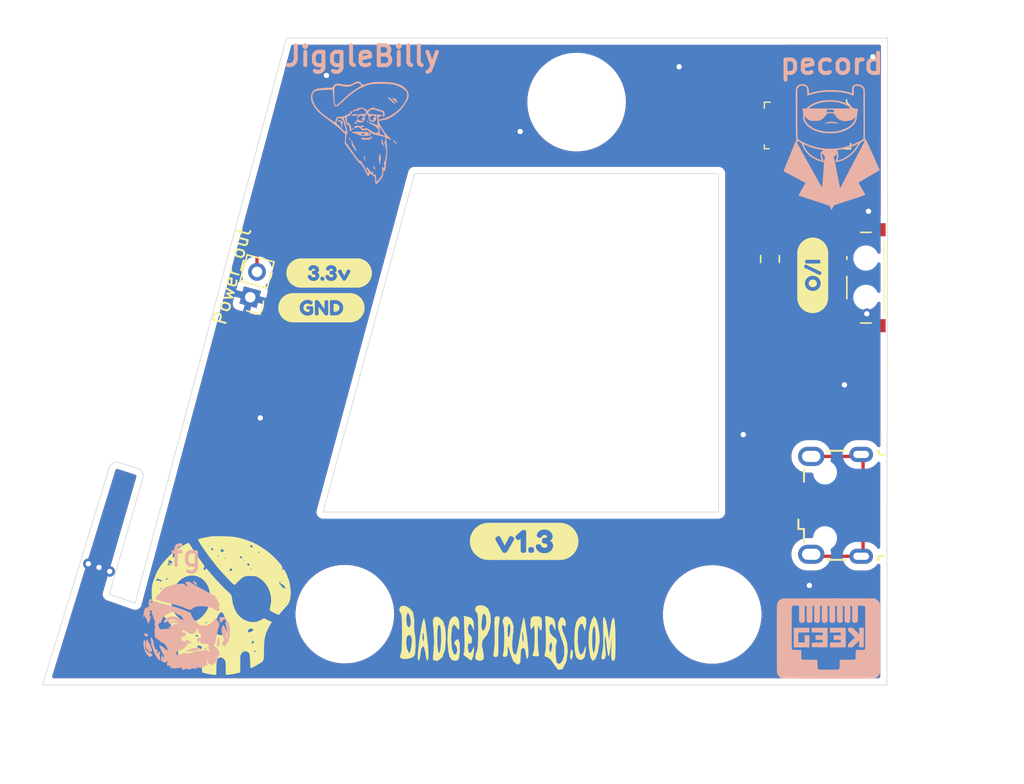
<source format=kicad_pcb>
(kicad_pcb (version 20211014) (generator pcbnew)
  (title_block (title "Desktop Badge Stand") (date "2022-06-05") (rev "1.3") (company "BadgePirates LLC") (comment 1 "49.2x64.2") (comment 2 "White Silk On Blue Board") (comment 3 "Design By: kbennett"))
  (layers (0 "F.Cu" signal) (31 "B.Cu" signal) (34 "B.Paste" user) (35 "F.Paste" user) (36 "B.SilkS" user "B.Silkscreen") (37 "F.SilkS" user "F.Silkscreen") (38 "B.Mask" user) (39 "F.Mask" user) (44 "Edge.Cuts" user))
  (net 0 "")
  (net 1 "GND")
  (net 2 "+3V3")
  (net 3 "Net-(I/O1-Pad2)")
  (net 4 "Net-(C1-Pad1)")
  (net 6 "unconnected-(J1-Pad6)")
  (footprint "BadgePirates:C_0805_2012Metric" (layer "F.Cu") (at 166.9288 116.8908 -90)
    (fp_text reference "C1" hide)
    (fp_text value "C" hide)
    (pad "1" smd roundrect locked (at -0.9375 0 270) (size 0.975 1.4) (layers "F.Cu" "F.Paste" "F.Mask") (net 4 "Net-(C1-Pad1)"))
    (pad "2" smd roundrect locked (at 0.9375 0 270) (size 0.975 1.4) (layers "F.Cu" "F.Paste" "F.Mask") (net 1 "GND"))
  )
  (footprint "BadgePirates:USB_Micro-B_Wuerth_629105150521_fgFixed" (layer "F.Cu") (at 171.9142 135.636 90)
    (fp_text reference "J1" hide)
    (fp_text value "USB_B_Micro")
    (pad "" np_thru_hole oval locked (at -2.5 -0.8 90) (size 0.8 0.8) (drill 0.8) (layers *.Cu *.Mask))
    (pad "" np_thru_hole oval locked (at 2.5 -0.8 90) (size 0.8 0.8) (drill 0.8) (layers *.Cu *.Mask))
    (pad "1" smd rect locked (at -1.3 -1.9 90) (size 0.44 1.3) (layers "F.Cu" "F.Paste" "F.Mask") (net 3 "Net-(I/O1-Pad2)"))
    (pad "2" smd rect locked (at -0.65 -1.9 90) (size 0.44 1.3) (layers "F.Cu" "F.Paste" "F.Mask"))
    (pad "3" smd rect locked (at 0 -1.9 90) (size 0.44 1.3) (layers "F.Cu" "F.Paste" "F.Mask"))
    (pad "4" smd rect locked (at 0.65 -1.9 90) (size 0.44 1.3) (layers "F.Cu" "F.Paste" "F.Mask"))
    (pad "5" smd rect locked (at 1.3 -1.9 90) (size 0.44 1.3) (layers "F.Cu" "F.Paste" "F.Mask") (net 1 "GND"))
    (pad "6" thru_hole oval locked (at 3.875 1.95 90) (size 1.15 1.8) (drill oval 0.55 1.2) (layers *.Cu *.Mask) (net 6 "unconnected-(J1-Pad6)"))
    (pad "6" thru_hole oval locked (at -3.725 -1.85 90) (size 1.45 2) (drill oval 0.85 1.4) (layers *.Cu *.Mask) (net 6 "unconnected-(J1-Pad6)"))
    (pad "6" thru_hole oval locked (at 3.725 -1.85 90) (size 1.45 2) (drill oval 0.85 1.4) (layers *.Cu *.Mask) (net 6 "unconnected-(J1-Pad6)"))
    (pad "6" thru_hole oval locked (at -3.875 1.95 90) (size 1.15 1.8) (drill oval 0.55 1.2) (layers *.Cu *.Mask) (net 6 "unconnected-(J1-Pad6)"))
  )
  (footprint "BadgePirates:SOT-223" (layer "F.Cu") (at 169.7736 106.7308 180)
    (fp_text reference "U1" hide)
    (fp_text value "TLV1117-33")
    (pad "1" smd rect locked (at -2.3 3.15 180) (size 1.5 2.2) (layers "F.Cu" "F.Paste" "F.Mask") (net 1 "GND"))
    (pad "2" smd rect locked (at 0 3.15 180) (size 1.5 2.2) (layers "F.Cu" "F.Paste" "F.Mask") (net 2 "+3V3"))
    (pad "3" smd rect locked (at 2.3 3.15 180) (size 1.5 2.2) (layers "F.Cu" "F.Paste" "F.Mask") (net 4 "Net-(C1-Pad1)"))
    (pad "4" smd rect locked (at 0 -3.15 180) (size 3.8 2.2) (layers "F.Cu" "F.Paste" "F.Mask"))
  )
  (footprint "Connector_PinHeader_2.00mm:PinHeader_1x02_P2.00mm_Vertical" (layer "F.Cu") (at 127.4 119.8 165)
    (fp_text reference "J2" hide)
    (fp_text value "Power_out" (at 1.754325 1.174363 255) (layer "F.SilkS"))
    (pad "1" thru_hole rect (at 0 0 165) (size 1.35 1.35) (drill 0.8) (layers *.Cu *.Mask) (net 1 "GND"))
    (pad "2" thru_hole oval (at 0 2 165) (size 1.35 1.35) (drill 0.8) (layers *.Cu *.Mask) (net 2 "+3V3"))
  )
  (footprint "BadgePiratesLogos:BPSkull_Distressed_10x10_FSK" (layer "F.Cu") (at 125.1712 143.256)
    (fp_text reference "G***" hide)
    (fp_text value "BP Logo" hide)
  )
  (footprint "BadgePiratesLogos:BadgePiratesURL_FSLK" (layer "F.Cu") (at 146.9644 145.7706)
    (fp_text reference "G***" hide)
    (fp_text value "LOGO" hide)
  )
  (footprint "BadgePiratesLogos:FG_10x10_BSILK" (layer "F.Cu") (at 122.5296 145.8468)
    (fp_text reference "G***" hide)
    (fp_text value "fg" (at 0 -6.35) (layer "B.SilkS") (effects (font (size 1.54 1.54) (thickness 0.25))))
  )
  (footprint "BadgePiratesLogos:Jiggle_10x15_BSILK" (layer "F.Cu") (at 135.9408 107.7976)
    (fp_text reference "G***" hide)
    (fp_text value "JiggleBilly" (at 0 -6.35) (layer "B.SilkS") (effects (font (size 1.524 1.524) (thickness 0.3))))
  )
  (footprint "BadgePiratesLogos:pecord_10x10_BSLK" (layer "F.Cu") (at 171.6278 108.3818)
    (fp_text reference "G***" hide)
    (fp_text value "pecord" (at 0 -6.35) (layer "B.SilkS") (effects (font (size 1.54 1.54) (thickness 0.3))))
  )
  (footprint "BadgePiratesLogos:NG_BSilk" (layer "F.Cu") (at 171.472924 144.912571)
    (fp_text reference "G***" hide)
    (fp_text value "NG_BSilk" hide)
  )
  (footprint "kibuzzard-629C349E" (layer "F.Cu") (at 132.8166 120.5992)
    (fp_text reference "kibuzzard-629C349E" hide)
    (fp_text value "G***" hide)
  )
  (footprint "kibuzzard-629C2456" (layer "F.Cu") (at 148.2344 138.3792)
    (fp_text reference "kibuzzard-629C2456" hide)
    (fp_text value "G***" hide)
  )
  (footprint "kibuzzard-629C3492" (layer "F.Cu") (at 133.4008 117.9576)
    (fp_text reference "kibuzzard-629C3492" hide)
    (fp_text value "G***" hide)
  )
  (footprint "MountingHole:MountingHole_3.5mm" (layer "F.Cu") (at 152.2222 104.9528)
    (fp_text reference "REF**" hide)
    (fp_text value "MH_3.5mm")
    (pad "" np_thru_hole circle locked (at 0 0) (size 3.5 3.5) (drill 3.5) (layers *.Cu *.Mask))
  )
  (footprint "MountingHole:MountingHole_3.5mm" (layer "F.Cu") (at 134.5946 143.9164)
    (fp_text reference "REF**" hide)
    (fp_text value "MH_3.5mm")
    (pad "" np_thru_hole circle (at 0 0) (size 3.5 3.5) (drill 3.5) (layers *.Cu *.Mask))
  )
  (footprint "MountingHole:MountingHole_3.5mm" (layer "F.Cu") (at 162.5346 143.9418)
    (fp_text reference "REF**" hide)
    (fp_text value "MH_3.5mm")
    (pad "" np_thru_hole circle (at 0 0) (size 3.5 3.5) (drill 3.5) (layers *.Cu *.Mask))
  )
  (footprint "BadgePirates:SW_SPDT_PCM12" (layer "F.Cu") (at 173.896 118.3132 90)
    (fp_text reference "I/O" hide)
    (fp_text value "SW_DPDT_x2")
    (pad "" smd rect (at 3.65 -0.78 90) (size 1 0.8) (layers "F.Cu" "F.Paste" "F.Mask"))
    (pad "" np_thru_hole circle (at 1.5 0.33 90) (size 0.9 0.9) (drill 0.9) (layers *.Cu *.Mask))
    (pad "" smd rect (at -3.65 1.43 90) (size 1 0.8) (layers "F.Cu" "F.Paste" "F.Mask"))
    (pad "" np_thru_hole circle (at -1.5 0.33 90) (size 0.9 0.9) (drill 0.9) (layers *.Cu *.Mask))
    (pad "" smd rect (at 3.65 1.43 90) (size 1 0.8) (layers "F.Cu" "F.Paste" "F.Mask"))
    (pad "" smd rect (at -3.65 -0.78 90) (size 1 0.8) (layers "F.Cu" "F.Paste" "F.Mask"))
    (pad "1" smd rect (at -2.25 -1.43 90) (size 0.7 1.5) (layers "F.Cu" "F.Paste" "F.Mask"))
    (pad "2" smd rect (at 0.75 -1.43 90) (size 0.7 1.5) (layers "F.Cu" "F.Paste" "F.Mask") (net 3 "Net-(I/O1-Pad2)"))
    (pad "3" smd rect (at 2.25 -1.43 90) (size 0.7 1.5) (layers "F.Cu" "F.Paste" "F.Mask") (net 4 "Net-(C1-Pad1)"))
  )
  (footprint "kibuzzard-629C2481" (layer "F.Cu") (at 170.18 118.1354 -90)
    (fp_text reference "kibuzzard-629C2481" hide)
    (fp_text value "G***" hide)
  )
  (gr_line (start 175.8188 143.4084) (end 175.8188 149.3012) (layer "Edge.Cuts") (width 0.05))
  (gr_arc (start 118.823883 132.826782) (mid 119.196459 133.126714) (end 119.2276 133.604) (layer "Edge.Cuts") (width 0.05))
  (gr_line (start 130.1496 100.076) (end 118.6434 143.0782) (layer "Edge.Cuts") (width 0.05))
  (gr_line (start 118.6434 143.0782) (end 116.6876 142.3924) (layer "Edge.Cuts") (width 0.05))
  (gr_line (start 118.823883 132.826782) (end 117.4496 132.3848) (layer "Edge.Cuts") (width 0.05))
  (gr_line (start 111.6076 149.3012) (end 175.8188 149.3012) (layer "Edge.Cuts") (width 0.05))
  (gr_line (start 175.8188 143.4084) (end 175.8188 141.5796) (layer "Edge.Cuts") (width 0.05))
  (gr_line (start 116.6876 142.3924) (end 119.2276 133.604) (layer "Edge.Cuts") (width 0.05))
  (gr_line (start 175.8188 141.5796) (end 175.8696 100.076) (layer "Edge.Cuts") (width 0.05))
  (gr_line (start 132.9436 136.144) (end 139.9032 110.3884) (layer "Edge.Cuts") (width 0.05))
  (gr_line (start 175.8696 100.076) (end 130.1496 100.076) (layer "Edge.Cuts") (width 0.05))
  (gr_line (start 116.672382 132.788517) (end 111.6076 149.3012) (layer "Edge.Cuts") (width 0.05))
  (gr_line (start 139.9032 110.3884) (end 163.0172 110.3884) (layer "Edge.Cuts") (width 0.05))
  (gr_arc (start 116.672382 132.788517) (mid 116.972314 132.415941) (end 117.4496 132.3848) (layer "Edge.Cuts") (width 0.05))
  (gr_line (start 163.0172 110.3884) (end 163.0172 136.144) (layer "Edge.Cuts") (width 0.05))
  (gr_line (start 163.0172 136.144) (end 132.9436 136.144) (layer "Edge.Cuts") (width 0.05))
  (via (at 169.926 141.732) (size 0.8) (drill 0.4) (layers "F.Cu" "B.Cu") (net 1))
  (via (at 174.4218 113.2586) (size 0.8) (drill 0.4) (layers "F.Cu" "B.Cu") (net 1))
  (via (at 133.1976 102.9208) (size 0.8) (drill 0.4) (layers "F.Cu" "B.Cu") (net 1))
  (via (at 115.9002 140.3604) (size 0.8) (drill 0.4) (layers "F.Cu" "B.Cu") (net 1))
  (via (at 174.2948 121.0564) (size 0.8) (drill 0.4) (layers "F.Cu" "B.Cu") (net 1))
  (via (at 164.8968 130.2512) (size 0.8) (drill 0.4) (layers "F.Cu" "B.Cu") (net 1))
  (via (at 116.713 140.6652) (size 0.8) (drill 0.4) (layers "F.Cu" "B.Cu") (net 1))
  (via (at 172.593 126.4666) (size 0.8) (drill 0.4) (layers "F.Cu" "B.Cu") (net 1))
  (via (at 160.02 102.2604) (size 0.8) (drill 0.4) (layers "F.Cu" "B.Cu") (net 1))
  (via (at 174.752 101.4984) (size 0.8) (drill 0.4) (layers "F.Cu" "B.Cu") (net 1))
  (via (at 147.9296 107.188) (size 0.8) (drill 0.4) (layers "F.Cu" "B.Cu") (net 1))
  (via (at 115.0874 140.081) (size 0.8) (drill 0.4) (layers "F.Cu" "B.Cu") (net 1))
  (via (at 128.1684 128.9812) (size 0.8) (drill 0.4) (layers "F.Cu" "B.Cu") (net 1))
  (segment (start 169.7736 103.381778) (end 169.7736 103.5808) (width 0.25) (layer "F.Cu") (net 2))
  (segment (start 127.917638 117.868148) (end 127.917638 115.425062) (width 0.25) (layer "F.Cu") (net 2))
  (segment (start 167.306022 100.9142) (end 169.7736 103.381778) (width 0.25) (layer "F.Cu") (net 2))
  (segment (start 127.917638 115.425062) (end 142.4285 100.9142) (width 0.25) (layer "F.Cu") (net 2))
  (segment (start 142.4285 100.9142) (end 167.306022 100.9142) (width 0.25) (layer "F.Cu") (net 2))
  (segment (start 170.1596 136.936) (end 169.290578 136.936) (width 0.25) (layer "F.Cu") (net 3))
  (segment (start 167.0304 125.7232) (end 171.2468 121.5068) (width 0.25) (layer "F.Cu") (net 3))
  (segment (start 169.290578 136.936) (end 167.0304 134.675822) (width 0.25) (layer "F.Cu") (net 3))
  (segment (start 171.2468 121.5068) (end 171.2468 118.9602) (width 0.25) (layer "F.Cu") (net 3))
  (segment (start 167.0304 134.675822) (end 167.0304 125.7232) (width 0.25) (layer "F.Cu") (net 3))
  (segment (start 171.2468 118.9602) (end 172.6438 117.5632) (width 0.25) (layer "F.Cu") (net 3))
  (segment (start 166.9288 115.9533) (end 166.9288 104.1256) (width 0.25) (layer "F.Cu") (net 4))
  (segment (start 172.6438 116.0632) (end 167.0387 116.0632) (width 0.25) (layer "F.Cu") (net 4))
  (segment (start 167.0387 116.0632) (end 166.9288 115.9533) (width 0.25) (layer "F.Cu") (net 4))
  (segment (start 166.9288 104.1256) (end 167.4736 103.5808) (width 0.25) (layer "F.Cu") (net 4))
  (segment (start 174.0096 139.511) (end 170.3596 139.511) (width 0.25) (layer "F.Cu") (net 6))
  (segment (start 173.8596 131.911) (end 174.0096 131.761) (width 0.25) (layer "F.Cu") (net 6))
  (segment (start 174.0096 131.761) (end 174.0096 139.511) (width 0.25) (layer "F.Cu") (net 6))
  (segment (start 170.2096 131.911) (end 173.8596 131.911) (width 0.25) (layer "F.Cu") (net 6))
  (segment (start 170.3596 139.511) (end 170.2096 139.361) (width 0.25) (layer "F.Cu") (net 6))
  (zone (net 1) (net_name "GND") (layers F&B.Cu) (connect_pads (clearance 0.508)) (min_thickness 0.254) (fill yes (thermal_gap 0.508) (thermal_bridge_width 0.508))
    (polygon (pts (xy 177.0126 151.003) (xy 108.370504 152.247196) (xy 127.115704 97.281596) (xy 176.594904 97.179996)))
  )
)
</source>
